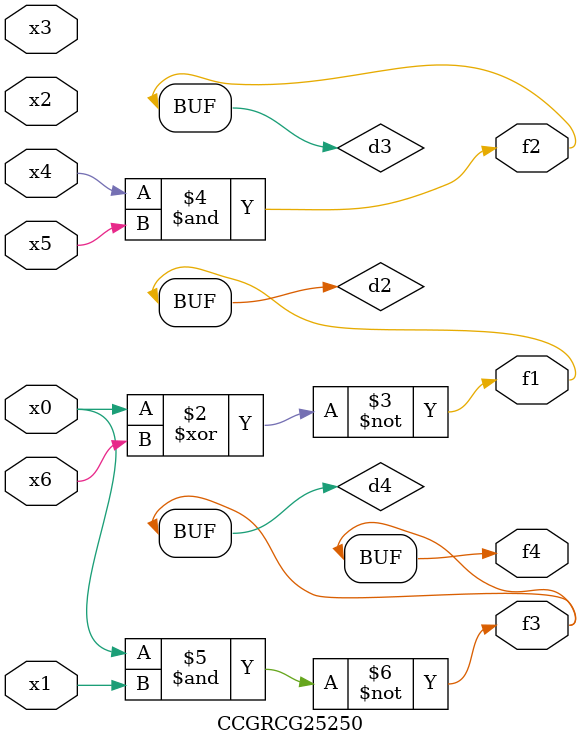
<source format=v>
module CCGRCG25250(
	input x0, x1, x2, x3, x4, x5, x6,
	output f1, f2, f3, f4
);

	wire d1, d2, d3, d4;

	nor (d1, x0);
	xnor (d2, x0, x6);
	and (d3, x4, x5);
	nand (d4, x0, x1);
	assign f1 = d2;
	assign f2 = d3;
	assign f3 = d4;
	assign f4 = d4;
endmodule

</source>
